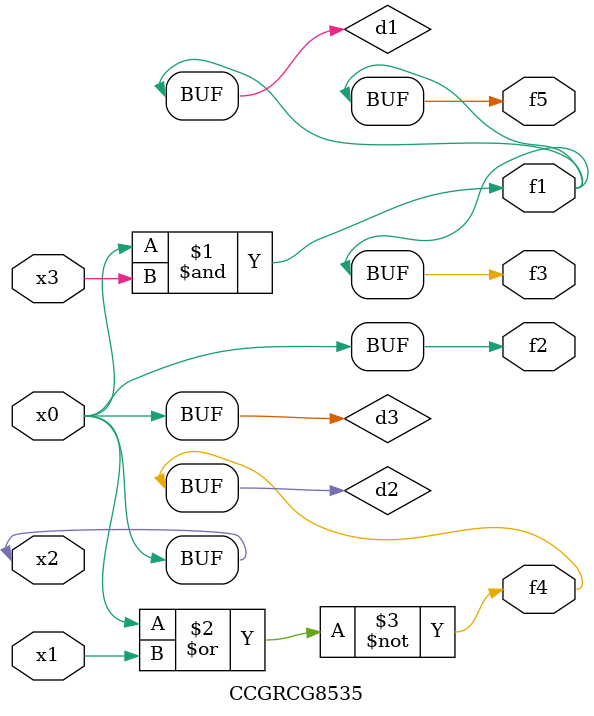
<source format=v>
module CCGRCG8535(
	input x0, x1, x2, x3,
	output f1, f2, f3, f4, f5
);

	wire d1, d2, d3;

	and (d1, x2, x3);
	nor (d2, x0, x1);
	buf (d3, x0, x2);
	assign f1 = d1;
	assign f2 = d3;
	assign f3 = d1;
	assign f4 = d2;
	assign f5 = d1;
endmodule

</source>
